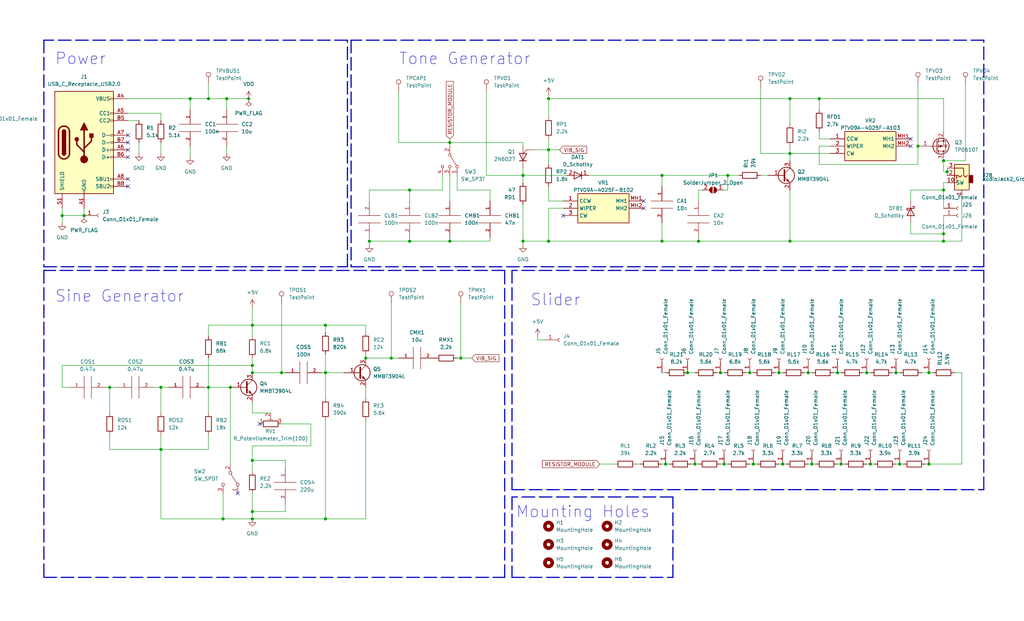
<source format=kicad_sch>
(kicad_sch (version 20211123) (generator eeschema)
  (paper "USLegal")
  (title_block (rev "1"))
  (junction (at 271.78 161.29))
  (junction (at 229.87 83.82))
  (junction (at -91.44 91.44))
  (junction (at 78.74 34.29))
  (junction (at 322.58 161.29))
  (junction (at -41.91 55.88))
  (junction (at 327.66 83.82))
  (junction (at -133.35 81.28))
  (junction (at 97.79 129.54))
  (junction (at -50.8 55.88))
  (junction (at 274.32 53.34))
  (junction (at 181.61 83.82))
  (junction (at 270.51 129.54))
  (junction (at 229.87 60.96))
  (junction (at 156.21 49.53))
  (junction (at 292.1 161.29))
  (junction (at 231.14 161.29))
  (junction (at -13.97 53.34))
  (junction (at 127 124.46))
  (junction (at 311.15 129.54))
  (junction (at -102.87 69.85))
  (junction (at 142.24 66.04))
  (junction (at 77.47 180.34))
  (junction (at 113.03 113.03))
  (junction (at 251.46 161.29))
  (junction (at -137.16 67.31))
  (junction (at -101.6 72.39))
  (junction (at 327.66 66.04))
  (junction (at 142.24 83.82))
  (junction (at -54.61 81.28))
  (junction (at 113.03 129.54))
  (junction (at 318.77 50.8))
  (junction (at 322.58 129.54))
  (junction (at 290.83 129.54))
  (junction (at 252.73 60.96))
  (junction (at 29.21 74.93))
  (junction (at 250.19 129.54))
  (junction (at 190.5 52.07))
  (junction (at -101.6 64.77))
  (junction (at 274.32 83.82))
  (junction (at 66.04 34.29))
  (junction (at 242.57 83.82))
  (junction (at 87.63 113.03))
  (junction (at 260.35 129.54))
  (junction (at 72.39 34.29))
  (junction (at -90.17 81.28))
  (junction (at 190.5 83.82))
  (junction (at 261.62 161.29))
  (junction (at -50.8 64.77))
  (junction (at 87.63 180.34))
  (junction (at 281.94 161.29))
  (junction (at 241.3 161.29))
  (junction (at 274.32 34.29))
  (junction (at -78.74 78.74))
  (junction (at 87.63 160.02))
  (junction (at 128.27 83.82))
  (junction (at 160.02 124.46))
  (junction (at -50.8 81.28))
  (junction (at 21.59 74.93))
  (junction (at 80.01 134.62))
  (junction (at -46.99 55.88))
  (junction (at 87.63 177.8))
  (junction (at 72.39 134.62))
  (junction (at 87.63 129.54))
  (junction (at 55.88 134.62))
  (junction (at 238.76 129.54))
  (junction (at 280.67 129.54))
  (junction (at 328.93 59.69))
  (junction (at -78.74 64.77))
  (junction (at -78.74 104.14))
  (junction (at 135.89 124.46))
  (junction (at -102.87 81.28))
  (junction (at 113.03 180.34))
  (junction (at 302.26 161.29))
  (junction (at 190.5 34.29))
  (junction (at 300.99 129.54))
  (junction (at 312.42 161.29))
  (junction (at -102.87 57.15))
  (junction (at 327.66 55.88))
  (junction (at 327.66 81.28))
  (junction (at -90.17 64.77))
  (junction (at 87.63 127))
  (junction (at 156.21 83.82))
  (junction (at 55.88 156.21))
  (junction (at 38.1 134.62))
  (junction (at 86.36 34.29))
  (junction (at 284.48 34.29))
  (junction (at -146.05 67.31))
  (junction (at 181.61 60.96))
  (no_connect (at 316.23 48.26))
  (no_connect (at 316.23 50.8))
  (no_connect (at 195.58 74.93))
  (no_connect (at 223.52 72.39))
  (no_connect (at 223.52 69.85))
  (no_connect (at 44.45 64.77))
  (no_connect (at 44.45 54.61))
  (no_connect (at 44.45 49.53))
  (no_connect (at 44.45 62.23))
  (no_connect (at 90.17 147.32))
  (no_connect (at 82.55 171.45))
  (no_connect (at 44.45 46.99))
  (no_connect (at -36.83 50.8))
  (no_connect (at 44.45 52.07))
  (wire (pts (xy -50.8 63.5) (xy -50.8 64.77)))
  (wire (pts (xy 311.15 161.29) (xy 312.42 161.29)))
  (wire (pts (xy 327.66 81.28) (xy 327.66 74.93)))
  (wire (pts (xy -102.87 57.15) (xy -107.95 57.15)))
  (wire (pts (xy 156.21 49.53) (xy 181.61 49.53)))
  (wire (pts (xy 318.77 57.15) (xy 318.77 50.8)))
  (wire (pts (xy -54.61 60.96) (xy -55.88 60.96)))
  (wire (pts (xy -90.17 60.96) (xy -90.17 64.77)))
  (wire (pts (xy 160.02 105.41) (xy 160.02 124.46)))
  (polyline (pts (xy 15.24 92.71) (xy 120.65 92.71)) (stroke (width 0.4)))
  (wire (pts (xy 229.87 83.82) (xy 242.57 83.82)))
  (wire (pts (xy -88.9 60.96) (xy -90.17 60.96)))
  (wire (pts (xy 279.4 129.54) (xy 280.67 129.54)))
  (wire (pts (xy 55.88 134.62) (xy 55.88 143.51)))
  (wire (pts (xy 127 124.46) (xy 135.89 124.46)))
  (wire (pts (xy 113.03 180.34) (xy 127 180.34)))
  (wire (pts (xy 190.5 33.02) (xy 190.5 34.29)))
  (wire (pts (xy 107.95 154.94) (xy 107.95 147.32)))
  (wire (pts (xy 138.43 31.75) (xy 138.43 49.53)))
  (wire (pts (xy -104.14 72.39) (xy -101.6 72.39)))
  (wire (pts (xy 158.75 124.46) (xy 160.02 124.46)))
  (polyline (pts (xy 341.63 13.97) (xy 121.92 13.97)) (stroke (width 0.4)))
  (polyline (pts (xy 177.8 170.18) (xy 341.63 170.18)) (stroke (width 0.4)))
  (wire (pts (xy 190.5 34.29) (xy 190.5 40.64)))
  (wire (pts (xy -55.88 64.77) (xy -50.8 64.77)))
  (wire (pts (xy 208.28 161.29) (xy 213.36 161.29)))
  (wire (pts (xy 284.48 34.29) (xy 327.66 34.29)))
  (wire (pts (xy 80.01 134.62) (xy 80.01 161.29)))
  (wire (pts (xy 229.87 60.96) (xy 252.73 60.96)))
  (wire (pts (xy 334.01 129.54) (xy 334.01 161.29)))
  (wire (pts (xy -91.44 91.44) (xy -146.05 91.44)))
  (wire (pts (xy -101.6 72.39) (xy -100.33 72.39)))
  (polyline (pts (xy 341.63 92.71) (xy 341.63 13.97)) (stroke (width 0.4)))
  (wire (pts (xy -7.62 53.34) (xy -13.97 53.34)))
  (wire (pts (xy 156.21 48.26) (xy 156.21 49.53)))
  (wire (pts (xy 316.23 66.04) (xy 327.66 66.04)))
  (wire (pts (xy 99.06 160.02) (xy 87.63 160.02)))
  (wire (pts (xy -78.74 104.14) (xy -78.74 96.52)))
  (wire (pts (xy 318.77 29.21) (xy 318.77 50.8)))
  (wire (pts (xy 158.75 60.96) (xy 158.75 66.04)))
  (wire (pts (xy 72.39 116.84) (xy 72.39 113.03)))
  (wire (pts (xy 274.32 83.82) (xy 327.66 83.82)))
  (wire (pts (xy 44.45 39.37) (xy 55.88 39.37)))
  (wire (pts (xy -146.05 67.31) (xy -137.16 67.31)))
  (wire (pts (xy 238.76 129.54) (xy 241.3 129.54)))
  (wire (pts (xy 87.63 124.46) (xy 87.63 127)))
  (wire (pts (xy 21.59 74.93) (xy 21.59 77.47)))
  (wire (pts (xy 72.39 34.29) (xy 78.74 34.29)))
  (wire (pts (xy 113.03 113.03) (xy 127 113.03)))
  (wire (pts (xy -54.61 81.28) (xy -90.17 81.28)))
  (wire (pts (xy 327.66 34.29) (xy 327.66 45.72)))
  (wire (pts (xy 328.93 59.69) (xy 328.93 60.96)))
  (wire (pts (xy 21.59 72.39) (xy 21.59 74.93)))
  (wire (pts (xy 38.1 134.62) (xy 38.1 143.51)))
  (wire (pts (xy 259.08 129.54) (xy 260.35 129.54)))
  (wire (pts (xy 269.24 129.54) (xy 270.51 129.54)))
  (wire (pts (xy 87.63 113.03) (xy 87.63 116.84)))
  (wire (pts (xy 284.48 48.26) (xy 284.48 45.72)))
  (wire (pts (xy 316.23 69.85) (xy 316.23 66.04)))
  (polyline (pts (xy 177.8 200.66) (xy 233.68 200.66)) (stroke (width 0.4)))
  (wire (pts (xy 335.28 29.21) (xy 335.28 55.88)))
  (wire (pts (xy 87.63 139.7) (xy 87.63 143.51)))
  (wire (pts (xy -76.2 68.58) (xy -74.93 68.58)))
  (wire (pts (xy -50.8 74.93) (xy -50.8 81.28)))
  (wire (pts (xy 311.15 129.54) (xy 312.42 129.54)))
  (wire (pts (xy 190.5 83.82) (xy 229.87 83.82)))
  (wire (pts (xy -101.6 64.77) (xy -101.6 72.39)))
  (wire (pts (xy -41.91 81.28) (xy -50.8 81.28)))
  (wire (pts (xy 55.88 156.21) (xy 55.88 180.34)))
  (wire (pts (xy 243.84 66.04) (xy 242.57 66.04)))
  (wire (pts (xy 181.61 60.96) (xy 181.61 63.5)))
  (wire (pts (xy 300.99 129.54) (xy 302.26 129.54)))
  (wire (pts (xy 280.67 161.29) (xy 281.94 161.29)))
  (wire (pts (xy 320.04 129.54) (xy 322.58 129.54)))
  (wire (pts (xy 72.39 134.62) (xy 72.39 143.51)))
  (wire (pts (xy 322.58 129.54) (xy 323.85 129.54)))
  (wire (pts (xy 290.83 129.54) (xy 292.1 129.54)))
  (wire (pts (xy 113.03 146.05) (xy 113.03 180.34)))
  (wire (pts (xy -123.19 46.99) (xy -115.57 46.99)))
  (wire (pts (xy 87.63 127) (xy 87.63 129.54)))
  (wire (pts (xy 44.45 41.91) (xy 48.26 41.91)))
  (wire (pts (xy 113.03 123.19) (xy 113.03 129.54)))
  (wire (pts (xy -90.17 64.77) (xy -90.17 66.04)))
  (wire (pts (xy -140.97 46.99) (xy -130.81 46.99)))
  (wire (pts (xy -101.6 64.77) (xy -90.17 64.77)))
  (wire (pts (xy 38.1 151.13) (xy 38.1 156.21)))
  (wire (pts (xy -102.87 46.99) (xy -102.87 57.15)))
  (wire (pts (xy 260.35 161.29) (xy 261.62 161.29)))
  (wire (pts (xy 66.04 50.8) (xy 66.04 54.61)))
  (wire (pts (xy -86.36 91.44) (xy -91.44 91.44)))
  (wire (pts (xy 97.79 105.41) (xy 97.79 129.54)))
  (wire (pts (xy 331.47 129.54) (xy 334.01 129.54)))
  (wire (pts (xy 99.06 162.56) (xy 99.06 160.02)))
  (wire (pts (xy 99.06 177.8) (xy 87.63 177.8)))
  (wire (pts (xy 87.63 180.34) (xy 113.03 180.34)))
  (wire (pts (xy 181.61 58.42) (xy 181.61 60.96)))
  (wire (pts (xy 170.18 66.04) (xy 170.18 69.85)))
  (wire (pts (xy 111.76 129.54) (xy 113.03 129.54)))
  (wire (pts (xy 127 123.19) (xy 127 124.46)))
  (wire (pts (xy 335.28 55.88) (xy 327.66 55.88)))
  (wire (pts (xy -90.17 78.74) (xy -90.17 81.28)))
  (wire (pts (xy 78.74 34.29) (xy 86.36 34.29)))
  (wire (pts (xy -146.05 91.44) (xy -146.05 67.31)))
  (wire (pts (xy 78.74 34.29) (xy 78.74 38.1)))
  (polyline (pts (xy 120.65 92.71) (xy 120.65 13.97)) (stroke (width 0.4)))
  (wire (pts (xy 284.48 38.1) (xy 284.48 34.29)))
  (wire (pts (xy 274.32 43.18) (xy 274.32 34.29)))
  (wire (pts (xy 87.63 127) (xy 21.59 127)))
  (wire (pts (xy 288.29 48.26) (xy 284.48 48.26)))
  (wire (pts (xy 327.66 59.69) (xy 328.93 59.69)))
  (wire (pts (xy 181.61 83.82) (xy 190.5 83.82)))
  (wire (pts (xy -78.74 64.77) (xy -74.93 64.77)))
  (wire (pts (xy 327.66 63.5) (xy 327.66 66.04)))
  (wire (pts (xy 113.03 115.57) (xy 113.03 113.03)))
  (wire (pts (xy 248.92 129.54) (xy 250.19 129.54)))
  (wire (pts (xy 260.35 129.54) (xy 261.62 129.54)))
  (wire (pts (xy 77.47 171.45) (xy 77.47 180.34)))
  (wire (pts (xy 181.61 60.96) (xy 196.85 60.96)))
  (wire (pts (xy 302.26 161.29) (xy 303.53 161.29)))
  (wire (pts (xy 220.98 161.29) (xy 222.25 161.29)))
  (wire (pts (xy 72.39 134.62) (xy 80.01 134.62)))
  (wire (pts (xy -78.74 105.41) (xy -78.74 104.14)))
  (wire (pts (xy 48.26 49.53) (xy 48.26 53.34)))
  (wire (pts (xy 190.5 72.39) (xy 190.5 83.82)))
  (wire (pts (xy 318.77 50.8) (xy 320.04 50.8)))
  (wire (pts (xy -50.8 64.77) (xy -50.8 67.31)))
  (wire (pts (xy 185.42 52.07) (xy 190.5 52.07)))
  (wire (pts (xy 328.93 63.5) (xy 327.66 63.5)))
  (wire (pts (xy 270.51 161.29) (xy 271.78 161.29)))
  (wire (pts (xy -54.61 55.88) (xy -54.61 60.96)))
  (wire (pts (xy 190.5 52.07) (xy 190.5 57.15)))
  (wire (pts (xy 190.5 64.77) (xy 190.5 69.85)))
  (wire (pts (xy 72.39 29.21) (xy 72.39 34.29)))
  (polyline (pts (xy 341.63 93.98) (xy 177.8 93.98)) (stroke (width 0.4)))
  (wire (pts (xy -41.91 55.88) (xy -46.99 55.88)))
  (wire (pts (xy 113.03 129.54) (xy 119.38 129.54)))
  (wire (pts (xy 264.16 30.48) (xy 264.16 53.34)))
  (wire (pts (xy 170.18 83.82) (xy 156.21 83.82)))
  (wire (pts (xy -54.61 68.58) (xy -54.61 81.28)))
  (wire (pts (xy 186.69 118.11) (xy 189.23 118.11)))
  (wire (pts (xy -41.91 55.88) (xy -36.83 55.88)))
  (wire (pts (xy 99.06 175.26) (xy 99.06 177.8)))
  (wire (pts (xy 274.32 34.29) (xy 190.5 34.29)))
  (wire (pts (xy 87.63 129.54) (xy 97.79 129.54)))
  (wire (pts (xy -78.74 64.77) (xy -78.74 69.85)))
  (wire (pts (xy -76.2 60.96) (xy -74.93 60.96)))
  (wire (pts (xy 36.83 134.62) (xy 38.1 134.62)))
  (wire (pts (xy -78.74 77.47) (xy -78.74 78.74)))
  (polyline (pts (xy 15.24 200.66) (xy 175.26 200.66)) (stroke (width 0.4)))
  (wire (pts (xy 271.78 161.29) (xy 273.05 161.29)))
  (polyline (pts (xy 121.92 92.71) (xy 341.63 92.71)) (stroke (width 0.4)))
  (wire (pts (xy 327.66 83.82) (xy 327.66 81.28)))
  (wire (pts (xy 87.63 106.68) (xy 87.63 113.03)))
  (wire (pts (xy 127 113.03) (xy 127 115.57)))
  (wire (pts (xy 142.24 82.55) (xy 142.24 83.82)))
  (wire (pts (xy 284.48 57.15) (xy 318.77 57.15)))
  (wire (pts (xy 241.3 161.29) (xy 242.57 161.29)))
  (wire (pts (xy -54.61 55.88) (xy -50.8 55.88)))
  (wire (pts (xy 107.95 147.32) (xy 97.79 147.32)))
  (wire (pts (xy 55.88 151.13) (xy 55.88 156.21)))
  (wire (pts (xy 190.5 69.85) (xy 195.58 69.85)))
  (wire (pts (xy -140.97 81.28) (xy -133.35 81.28)))
  (wire (pts (xy -133.35 81.28) (xy -102.87 81.28)))
  (wire (pts (xy -101.6 44.45) (xy -101.6 64.77)))
  (wire (pts (xy -140.97 46.99) (xy -140.97 81.28)))
  (wire (pts (xy 242.57 82.55) (xy 242.57 83.82)))
  (wire (pts (xy -91.44 100.33) (xy -91.44 104.14)))
  (wire (pts (xy 66.04 34.29) (xy 72.39 34.29)))
  (wire (pts (xy 327.66 55.88) (xy 327.66 59.69)))
  (wire (pts (xy 55.88 156.21) (xy 72.39 156.21)))
  (wire (pts (xy -133.35 82.55) (xy -133.35 81.28)))
  (wire (pts (xy -107.95 46.99) (xy -102.87 46.99)))
  (wire (pts (xy 21.59 134.62) (xy 24.13 134.62)))
  (wire (pts (xy 72.39 151.13) (xy 72.39 156.21)))
  (wire (pts (xy 288.29 50.8) (xy 284.48 50.8)))
  (wire (pts (xy 309.88 129.54) (xy 311.15 129.54)))
  (wire (pts (xy -91.44 91.44) (xy -91.44 92.71)))
  (wire (pts (xy -104.14 67.31) (xy -102.87 67.31)))
  (polyline (pts (xy 233.68 200.66) (xy 233.68 172.72)) (stroke (width 0.4)))
  (wire (pts (xy 138.43 124.46) (xy 135.89 124.46)))
  (wire (pts (xy 240.03 161.29) (xy 241.3 161.29)))
  (wire (pts (xy 250.19 161.29) (xy 251.46 161.29)))
  (wire (pts (xy 158.75 66.04) (xy 170.18 66.04)))
  (wire (pts (xy 55.88 134.62) (xy 58.42 134.62)))
  (wire (pts (xy 186.69 116.84) (xy 186.69 118.11)))
  (wire (pts (xy -78.74 78.74) (xy -76.2 78.74)))
  (wire (pts (xy 53.34 134.62) (xy 55.88 134.62)))
  (polyline (pts (xy 177.8 93.98) (xy 177.8 170.18)) (stroke (width 0.4)))
  (polyline (pts (xy 177.8 172.72) (xy 177.8 200.66)) (stroke (width 0.4)))
  (wire (pts (xy 274.32 53.34) (xy 288.29 53.34)))
  (wire (pts (xy 284.48 50.8) (xy 284.48 57.15)))
  (wire (pts (xy -90.17 64.77) (xy -78.74 64.77)))
  (wire (pts (xy -91.44 104.14) (xy -78.74 104.14)))
  (wire (pts (xy 316.23 81.28) (xy 327.66 81.28)))
  (wire (pts (xy -76.2 68.58) (xy -76.2 78.74)))
  (wire (pts (xy -137.16 57.15) (xy -137.16 67.31)))
  (wire (pts (xy 181.61 83.82) (xy 181.61 85.09)))
  (wire (pts (xy -55.88 68.58) (xy -54.61 68.58)))
  (wire (pts (xy 274.32 50.8) (xy 274.32 53.34)))
  (wire (pts (xy 261.62 161.29) (xy 262.89 161.29)))
  (polyline (pts (xy 233.68 172.72) (xy 177.8 172.72)) (stroke (width 0.4)))
  (wire (pts (xy -102.87 69.85) (xy -100.33 69.85)))
  (wire (pts (xy -41.91 58.42) (xy -41.91 55.88)))
  (wire (pts (xy 72.39 113.03) (xy 87.63 113.03)))
  (wire (pts (xy 156.21 49.53) (xy 156.21 50.8)))
  (polyline (pts (xy 121.92 13.97) (xy 121.92 92.71)) (stroke (width 0.4)))
  (wire (pts (xy 156.21 82.55) (xy 156.21 83.82)))
  (wire (pts (xy 170.18 82.55) (xy 170.18 83.82)))
  (wire (pts (xy 38.1 134.62) (xy 40.64 134.62)))
  (wire (pts (xy 128.27 82.55) (xy 128.27 83.82)))
  (wire (pts (xy 281.94 161.29) (xy 283.21 161.29)))
  (wire (pts (xy -46.99 44.45) (xy -46.99 55.88)))
  (wire (pts (xy 168.91 60.96) (xy 181.61 60.96)))
  (wire (pts (xy 322.58 161.29) (xy 334.01 161.29)))
  (wire (pts (xy 97.79 129.54) (xy 99.06 129.54)))
  (wire (pts (xy 113.03 113.03) (xy 87.63 113.03)))
  (wire (pts (xy 55.88 180.34) (xy 77.47 180.34)))
  (wire (pts (xy 87.63 143.51) (xy 93.98 143.51)))
  (wire (pts (xy -41.91 71.12) (xy -41.91 81.28)))
  (wire (pts (xy 250.19 129.54) (xy 251.46 129.54)))
  (wire (pts (xy 128.27 66.04) (xy 142.24 66.04)))
  (wire (pts (xy 29.21 72.39) (xy 29.21 74.93)))
  (polyline (pts (xy 15.24 13.97) (xy 15.24 92.71)) (stroke (width 0.4)))
  (polyline (pts (xy 175.26 200.66) (xy 175.26 93.98)) (stroke (width 0.4)))
  (wire (pts (xy 312.42 161.29) (xy 313.69 161.29)))
  (wire (pts (xy 299.72 129.54) (xy 300.99 129.54)))
  (wire (pts (xy 229.87 129.54) (xy 231.14 129.54)))
  (wire (pts (xy 113.03 129.54) (xy 113.03 138.43)))
  (wire (pts (xy 321.31 161.29) (xy 322.58 161.29)))
  (wire (pts (xy 135.89 105.41) (xy 135.89 124.46)))
  (wire (pts (xy 87.63 160.02) (xy 87.63 154.94)))
  (wire (pts (xy 190.5 48.26) (xy 190.5 52.07)))
  (wire (pts (xy 270.51 129.54) (xy 271.78 129.54)))
  (wire (pts (xy 251.46 161.29) (xy 252.73 161.29)))
  (wire (pts (xy -102.87 69.85) (xy -102.87 81.28)))
  (wire (pts (xy 127 134.62) (xy 127 138.43)))
  (wire (pts (xy 142.24 66.04) (xy 142.24 69.85)))
  (wire (pts (xy 128.27 69.85) (xy 128.27 66.04)))
  (wire (pts (xy 128.27 83.82) (xy 142.24 83.82)))
  (wire (pts (xy 251.46 66.04) (xy 252.73 66.04)))
  (wire (pts (xy 87.63 171.45) (xy 87.63 177.8)))
  (wire (pts (xy 38.1 156.21) (xy 55.88 156.21)))
  (wire (pts (xy 334.01 68.58) (xy 334.01 83.82)))
  (wire (pts (xy 153.67 66.04) (xy 142.24 66.04)))
  (wire (pts (xy 78.74 50.8) (xy 78.74 53.34)))
  (wire (pts (xy 289.56 129.54) (xy 290.83 129.54)))
  (wire (pts (xy 21.59 127) (xy 21.59 134.62)))
  (wire (pts (xy -132.08 57.15) (xy -137.16 57.15)))
  (wire (pts (xy -54.61 81.28) (xy -50.8 81.28)))
  (wire (pts (xy 229.87 83.82) (xy 229.87 77.47)))
  (wire (pts (xy 21.59 74.93) (xy 29.21 74.93)))
  (wire (pts (xy 195.58 72.39) (xy 190.5 72.39)))
  (wire (pts (xy -7.62 44.45) (xy -7.62 53.34)))
  (wire (pts (xy -78.74 78.74) (xy -78.74 86.36)))
  (wire (pts (xy 229.87 60.96) (xy 229.87 64.77)))
  (wire (pts (xy 71.12 134.62) (xy 72.39 134.62)))
  (wire (pts (xy -16.51 53.34) (xy -13.97 53.34)))
  (wire (pts (xy 190.5 52.07) (xy 194.31 52.07)))
  (wire (pts (xy -132.08 69.85) (xy -133.35 69.85)))
  (wire (pts (xy 328.93 58.42) (xy 328.93 59.69)))
  (wire (pts (xy 127 146.05) (xy 127 180.34)))
  (wire (pts (xy -133.35 80.01) (xy -133.35 81.28)))
  (wire (pts (xy 229.87 161.29) (xy 231.14 161.29)))
  (wire (pts (xy 153.67 60.96) (xy 153.67 66.04)))
  (wire (pts (xy 128.27 83.82) (xy 128.27 85.09)))
  (wire (pts (xy 204.47 60.96) (xy 229.87 60.96)))
  (wire (pts (xy 242.57 83.82) (xy 274.32 83.82)))
  (polyline (pts (xy 15.24 93.98) (xy 15.24 200.66)) (stroke (width 0.4)))
  (wire (pts (xy 156.21 60.96) (xy 156.21 69.85)))
  (wire (pts (xy 242.57 66.04) (xy 242.57 69.85)))
  (wire (pts (xy 168.91 31.75) (xy 168.91 60.96)))
  (wire (pts (xy 138.43 49.53) (xy 156.21 49.53)))
  (wire (pts (xy 252.73 60.96) (xy 256.54 60.96)))
  (wire (pts (xy 87.63 177.8) (xy 87.63 180.34)))
  (wire (pts (xy -146.05 64.77) (xy -146.05 67.31)))
  (wire (pts (xy -137.16 67.31) (xy -132.08 67.31)))
  (wire (pts (xy -102.87 81.28) (xy -90.17 81.28)))
  (wire (pts (xy 274.32 53.34) (xy 274.32 55.88)))
  (polyline (pts (xy 175.26 93.98) (xy 15.24 93.98)) (stroke (width 0.4)))
  (wire (pts (xy 156.21 83.82) (xy 142.24 83.82)))
  (wire (pts (xy 292.1 161.29) (xy 293.37 161.29)))
  (wire (pts (xy 87.63 154.94) (xy 107.95 154.94)))
  (wire (pts (xy 300.99 161.29) (xy 302.26 161.29)))
  (wire (pts (xy 181.61 71.12) (xy 181.61 83.82)))
  (wire (pts (xy 316.23 77.47) (xy 316.23 81.28)))
  (wire (pts (xy 72.39 134.62) (xy 72.39 124.46)))
  (polyline (pts (xy 120.65 13.97) (xy 15.24 13.97)) (stroke (width 0.4)))
  (wire (pts (xy 274.32 66.04) (xy 274.32 83.82)))
  (wire (pts (xy 55.88 39.37) (xy 55.88 41.91)))
  (wire (pts (xy 327.66 66.04) (xy 327.66 72.39)))
  (wire (pts (xy -102.87 67.31) (xy -102.87 57.15)))
  (wire (pts (xy -115.57 57.15) (xy -124.46 57.15)))
  (wire (pts (xy 181.61 49.53) (xy 181.61 50.8)))
  (wire (pts (xy 290.83 161.29) (xy 292.1 161.29)))
  (wire (pts (xy -26.67 53.34) (xy -24.13 53.34)))
  (wire (pts (xy -50.8 55.88) (xy -46.99 55.88)))
  (wire (pts (xy 334.01 83.82) (xy 327.66 83.82)))
  (wire (pts (xy 55.88 53.34) (xy 55.88 49.53)))
  (wire (pts (xy -133.35 69.85) (xy -133.35 72.39)))
  (wire (pts (xy 66.04 34.29) (xy 66.04 38.1)))
  (wire (pts (xy 77.47 180.34) (xy 87.63 180.34)))
  (wire (pts (xy 87.63 160.02) (xy 87.63 163.83)))
  (wire (pts (xy 264.16 53.34) (xy 274.32 53.34)))
  (wire (pts (xy 231.14 161.29) (xy 232.41 161.29)))
  (wire (pts (xy 284.48 34.29) (xy 274.32 34.29)))
  (wire (pts (xy 44.45 34.29) (xy 66.04 34.29)))
  (wire (pts (xy 252.73 60.96) (xy 252.73 66.04)))
  (wire (pts (xy 264.16 60.96) (xy 266.7 60.96)))
  (polyline (pts (xy 341.63 170.18) (xy 341.63 93.98)) (stroke (width 0.4)))
  (wire (pts (xy 280.67 129.54) (xy 281.94 129.54)))
  (wire (pts (xy -104.14 69.85) (xy -102.87 69.85)))
  (wire (pts (xy 160.02 124.46) (xy 163.83 124.46)))
  (text "Tone Generator" (at 138.43 22.86 0) (effects (font (size 4 4)) (justify left bottom)))
  (text "Mounting Holes" (at 179.07 180.34 0) (effects (font (size 4 4)) (justify left bottom)))
  (text "Power\n" (at 19.05 22.86 0) (effects (font (size 4 4)) (justify left bottom)))
  (text "Sine Generator" (at 19.05 105.41 0) (effects (font (size 4 4)) (justify left bottom)))
  (text "Slider" (at 184.15 106.68 0) (effects (font (size 4 4)) (justify left bottom)))
  (global_label "VIB_SIG" (shape input) (at 194.31 52.07 0) (property "Intersheet References" "${INTERSHEET_REFS}" (effects hide)))
  (global_label "RESISTOR_MODULE" (shape input) (at 208.28 161.29 180) (property "Intersheet References" "${INTERSHEET_REFS}" (effects hide)))
  (global_label "VIB_SIG" (shape input) (at 163.83 124.46 0) (property "Intersheet References" "${INTERSHEET_REFS}" (effects hide)))
  (global_label "RESISTOR_MODULE" (shape input) (at 156.21 48.26 90) (property "Intersheet References" "${INTERSHEET_REFS}" (effects hide)))
  (symbol (lib_id "pspice:C") (at 242.57 76.2 0) (unit 1)
    (property "Reference" "CA2" (at 247.65 74.9299 0) (effects (justify left)))
    (property "Value" "10n" (at 247.65 77.4699 0) (effects (justify left)))
    (property "Footprint" "Capacitor_SMD:C_0603_1608Metric_Pad1.08x0.95mm_HandSolder" (effects hide))
  )
  (symbol (lib_id "PTV09A-4025F-B102:PTV09A-4025F-B102") (at 195.58 69.85 0) (unit 1)
    (property "Reference" "VR1" (at 209.55 63.5 0))
    (property "Value" "PTV09A-4025F-B102" (at 209.55 66.04 0))
    (property "Footprint" "PTV09A-4025F-B102:PTV09A4025FB102" (effects hide))
    (property "Datasheet" "https://www.mouser.com/datasheet/2/54/ptv09-777818.pdf" (effects hide))
    (property "Footprint_1" "PTV09A4025FB102" (effects hide))
    (property "Datasheet_1" "https://datasheet.datasheetarchive.com/originals/dk/DKDS-12/224967.pdf" (effects hide))
    (property "Height" "25.5" (effects hide))
    (property "Mouser Part Number" "652-PTV09A-4025FB102" (effects hide))
    (property "Mouser Price/Stock" "https://www.mouser.co.uk/ProductDetail/Bourns/PTV09A-4025F-B102?qs=Qzws7J6gxqxMpvIOw8B%2F7Q%3D%3D" (effects hide))
    (property "Manufacturer_Name" "Bourns" (effects hide))
    (property "Manufacturer_Part_Number" "PTV09A-4025F-B102" (effects hide))
  )
  (symbol (lib_id "Connector:Conn_01x01_Female") (at 312.42 156.21 90) (unit 1)
    (property "Reference" "J23" (at 311.1499 154.94 0) (effects (justify left)))
    (property "Value" "Conn_01x01_Female" (at 313.6899 154.94 0) (effects (justify left)))
    (property "Footprint" "Stylophone_Lib:Note-Sharp" (effects hide))
  )
  (symbol (lib_id "Device:R") (at 87.63 167.64 0) (unit 1)
    (property "Reference" "RE2" (at 90.17 166.3699 0) (effects (justify left)))
    (property "Value" "2.2k" (at 90.17 168.9099 0) (effects (justify left)))
    (property "Footprint" "Resistor_SMD:R_0805_2012Metric_Pad1.20x1.40mm_HandSolder" (effects hide))
  )
  (symbol (lib_id "Device:R") (at 190.5 60.96 0) (unit 1)
    (property "Reference" "RP2" (at 193.04 59.6899 0) (effects (justify left)))
    (property "Value" "1.8k" (at 193.04 62.2299 0) (effects (justify left)))
    (property "Footprint" "Resistor_SMD:R_0805_2012Metric_Pad1.20x1.40mm_HandSolder" (effects hide))
  )
  (symbol (lib_id "Device:R") (at 317.5 161.29 90) (unit 1)
    (property "Reference" "RL11" (at 317.5 154.94 90))
    (property "Value" "3.9k" (at 317.5 157.48 90))
    (property "Footprint" "Resistor_SMD:R_0805_2012Metric_Pad1.20x1.40mm_HandSolder" (effects hide))
  )
  (symbol (lib_id "Device:R") (at -111.76 57.15 90) (unit 1)
    (property "Reference" "RBS2" (at -113.03 54.61 0) (effects (justify left)))
    (property "Value" "220" (at -110.49 54.61 0) (effects (justify left)))
    (property "Footprint" "Resistor_SMD:R_0805_2012Metric_Pad1.20x1.40mm_HandSolder" (effects hide))
  )
  (symbol (lib_id "LIB_DIO6305B_sym:DIO6305B") (at -64.77 63.5 0) (unit 1)
    (property "Reference" "U2" (at -65.405 54.61 0))
    (property "Value" "DIO6305B" (at -65.405 57.15 0))
    (property "Footprint" "Package_TO_SOT_SMD:TSOT-23-6_HandSoldering" (effects hide))
  )
  (symbol (lib_id "Device:R") (at 297.18 161.29 90) (unit 1)
    (property "Reference" "RL9" (at 297.18 154.94 90))
    (property "Value" "3.3k" (at 297.18 157.48 90))
    (property "Footprint" "Resistor_SMD:R_0805_2012Metric_Pad1.20x1.40mm_HandSolder" (effects hide))
  )
  (symbol (lib_id "pspice:C") (at 105.41 129.54 90) (unit 1)
    (property "Reference" "COS5" (at 105.41 120.65 90))
    (property "Value" "100n" (at 105.41 123.19 90))
    (property "Footprint" "Capacitor_SMD:C_0603_1608Metric_Pad1.08x0.95mm_HandSolder" (effects hide))
  )
  (symbol (lib_id "Mechanical:MountingHole") (at 210.82 182.88 0) (unit 1)
    (property "Reference" "H2" (at 213.36 181.6099 0) (effects (justify left)))
    (property "Value" "MountingHole" (at 213.36 184.1499 0) (effects (justify left)))
    (property "Footprint" "MountingHole:MountingHole_2.7mm_M2.5" (effects hide))
  )
  (symbol (lib_id "Connector:Conn_01x01_Female") (at 290.83 124.46 90) (unit 1)
    (property "Reference" "J11" (at 289.5599 123.19 0) (effects (justify left)))
    (property "Value" "Conn_01x01_Female" (at 292.0999 123.19 0) (effects (justify left)))
    (property "Footprint" "Stylophone_Lib:Note-Sharp" (effects hide))
  )
  (symbol (lib_id "Device:R") (at 234.95 129.54 90) (unit 1)
    (property "Reference" "RL21" (at 234.95 123.19 90))
    (property "Value" "8.2k" (at 234.95 125.73 90))
    (property "Footprint" "Resistor_SMD:R_0805_2012Metric_Pad1.20x1.40mm_HandSolder" (effects hide))
  )
  (symbol (lib_id "Connector:AudioJack2_Ground_SwitchT") (at 334.01 60.96 0) (mirror y) (unit 1)
    (property "Reference" "J28" (at 342.9 60.96 0))
    (property "Value" "AudioJack2_Ground_SwitchT" (at 354.33 62.23 0))
    (property "Footprint" "SJ2-3593B-SMT-TR:SJ23593BSMTTR" (effects hide))
  )
  (symbol (lib_id "Device:R") (at 307.34 161.29 90) (unit 1)
    (property "Reference" "RL10" (at 307.34 154.94 90))
    (property "Value" "3.9k" (at 307.34 157.48 90))
    (property "Footprint" "Resistor_SMD:R_0805_2012Metric_Pad1.20x1.40mm_HandSolder" (effects hide))
  )
  (symbol (lib_id "Transistor_PUT:2N6027") (at 181.61 54.61 0) (unit 1)
    (property "Reference" "Q1" (at 179.07 52.7684 0) (effects (justify right)))
    (property "Value" "2N6027" (at 179.07 55.3084 0) (effects (justify right)))
    (property "Footprint" "Package_TO_SOT_THT:TO-92_Inline_Horizontal2" (effects hide))
    (property "Datasheet" "https://www.mouser.com/datasheet/2/68/get_document-1518606.pdf" (effects hide))
  )
  (symbol (lib_id "Connector:Conn_01x01_Female") (at 271.78 156.21 90) (unit 1)
    (property "Reference" "J19" (at 270.5099 154.94 0) (effects (justify left)))
    (property "Value" "Conn_01x01_Female" (at 273.0499 154.94 0) (effects (justify left)))
    (property "Footprint" "Stylophone_Lib:Note-Left" (effects hide))
  )
  (symbol (lib_id "Connector:Conn_01x01_Female") (at 311.15 124.46 90) (unit 1)
    (property "Reference" "J13" (at 309.8799 123.19 0) (effects (justify left)))
    (property "Value" "Conn_01x01_Female" (at 312.4199 123.19 0) (effects (justify left)))
    (property "Footprint" "Stylophone_Lib:Note-Left" (effects hide))
  )
  (symbol (lib_id "Device:R") (at 154.94 124.46 90) (unit 1)
    (property "Reference" "RMX1" (at 154.94 118.11 90))
    (property "Value" "2.2k" (at 154.94 120.65 90))
    (property "Footprint" "Resistor_SMD:R_0805_2012Metric_Pad1.20x1.40mm_HandSolder" (effects hide))
  )
  (symbol (lib_id "Device:R") (at 287.02 161.29 90) (unit 1)
    (property "Reference" "RL8" (at 287.02 154.94 90))
    (property "Value" "3.3k" (at 287.02 157.48 90))
    (property "Footprint" "Resistor_SMD:R_0805_2012Metric_Pad1.20x1.40mm_HandSolder" (effects hide))
  )
  (symbol (lib_id "Device:R") (at 284.48 41.91 0) (unit 1)
    (property "Reference" "RFD1" (at 287.02 40.6399 0) (effects (justify left)))
    (property "Value" "2.7k" (at 287.02 43.1799 0) (effects (justify left)))
    (property "Footprint" "Resistor_SMD:R_0805_2012Metric_Pad1.20x1.40mm_HandSolder" (effects hide))
  )
  (symbol (lib_id "Device:R") (at 255.27 129.54 90) (unit 1)
    (property "Reference" "RL19" (at 255.27 123.19 90))
    (property "Value" "6.8k" (at 255.27 125.73 90))
    (property "Footprint" "Resistor_SMD:R_0805_2012Metric_Pad1.20x1.40mm_HandSolder" (effects hide))
  )
  (symbol (lib_id "Connector:Conn_01x02_Female") (at -95.25 69.85 0) (unit 1)
    (property "Reference" "J27" (at -102.87 74.93 0) (effects (justify left)))
    (property "Value" "Conn_01x02_Female" (at -110.49 77.47 0) (effects (justify left)))
    (property "Footprint" "Connector_JST:JST_PH_S2B-PH-K_1x02_P2.00mm_Horizontal" (effects hide))
  )
  (symbol (lib_id "Device:R") (at 295.91 129.54 90) (unit 1)
    (property "Reference" "RL15" (at 295.91 123.19 90))
    (property "Value" "4.7k" (at 295.91 125.73 90))
    (property "Footprint" "Resistor_SMD:R_0805_2012Metric_Pad1.20x1.40mm_HandSolder" (effects hide))
  )
  (symbol (lib_id "Device:R") (at 113.03 142.24 0) (unit 1)
    (property "Reference" "RB4" (at 115.57 140.9699 0) (effects (justify left)))
    (property "Value" "390k" (at 115.57 143.5099 0) (effects (justify left)))
    (property "Footprint" "Resistor_SMD:R_0805_2012Metric_Pad1.20x1.40mm_HandSolder" (effects hide))
  )
  (symbol (lib_id "power:GND") (at 66.04 54.61 0) (unit 1)
    (property "Reference" "#PWR08" (effects hide))
    (property "Value" "GND" (at 66.04 59.69 0))
  )
  (symbol (lib_id "Connector:Conn_01x01_Female") (at 229.87 124.46 90) (unit 1)
    (property "Reference" "J5" (at 228.5999 123.19 0) (effects (justify left)))
    (property "Value" "Conn_01x01_Female" (at 231.1399 123.19 0) (effects (justify left)))
    (property "Footprint" "Stylophone_Lib:Note-Left" (effects hide))
  )
  (symbol (lib_id "Device:R") (at 316.23 129.54 90) (unit 1)
    (property "Reference" "RL13" (at 316.23 123.19 90))
    (property "Value" "4.7k" (at 316.23 125.73 90))
    (property "Footprint" "Resistor_SMD:R_0805_2012Metric_Pad1.20x1.40mm_HandSolder" (effects hide))
  )
  (symbol (lib_id "Device:R") (at 245.11 129.54 90) (unit 1)
    (property "Reference" "RL20" (at 245.11 123.19 90))
    (property "Value" "5.6k" (at 245.11 125.73 90))
    (property "Footprint" "Resistor_SMD:R_0805_2012Metric_Pad1.20x1.40mm_HandSolder" (effects hide))
  )
  (symbol (lib_id "Device:R") (at -50.8 71.12 0) (unit 1)
    (property "Reference" "RFB2" (at -48.26 69.85 0) (effects (justify left)))
    (property "Value" "100k" (at -48.26 72.39 0) (effects (justify left)))
    (property "Footprint" "Resistor_SMD:R_0805_2012Metric_Pad1.20x1.40mm_HandSolder" (effects hide))
  )
  (symbol (lib_id "Transistor_FET:2N7002") (at -81.28 91.44 0) (unit 1)
    (property "Reference" "Q6" (at -73.66 90.1699 0) (effects (justify left)))
    (property "Value" "2N7002" (at -73.66 92.7099 0) (effects (justify left)))
    (property "Footprint" "Package_TO_SOT_SMD:SOT-23" (effects hide))
    (property "Datasheet" "https://www.onsemi.com/pub/Collateral/NDS7002A-D.PDF" (effects hide))
  )
  (symbol (lib_id "Device:R") (at 38.1 147.32 0) (unit 1)
    (property "Reference" "ROS1" (at 40.64 146.0499 0) (effects (justify left)))
    (property "Value" "12k" (at 40.64 148.5899 0) (effects (justify left)))
    (property "Footprint" "Resistor_SMD:R_0805_2012Metric_Pad1.20x1.40mm_HandSolder" (effects hide))
  )
  (symbol (lib_id "Device:R") (at 327.66 129.54 90) (unit 1)
    (property "Reference" "RL12" (at 326.3899 127 0) (effects (justify left)))
    (property "Value" "3.9k" (at 328.9299 127 0) (effects (justify left)))
    (property "Footprint" "Resistor_SMD:R_0805_2012Metric_Pad1.20x1.40mm_HandSolder" (effects hide))
  )
  (symbol (lib_id "pspice:INDUCTOR") (at -82.55 60.96 0) (unit 1)
    (property "Reference" "LBST1" (at -82.55 54.61 0))
    (property "Value" "4.7u" (at -82.55 57.15 0))
    (property "Footprint" "74408053004:74408053004_5030" (effects hide))
  )
  (symbol (lib_id "Transistor_BJT:MMBT3904") (at 271.78 60.96 0) (unit 1)
    (property "Reference" "Q2" (at 276.86 59.6899 0) (effects (justify left)))
    (property "Value" "MMBT3904L" (at 276.86 62.2299 0) (effects (justify left)))
    (property "Footprint" "Package_TO_SOT_SMD:SOT-23" (effects hide))
    (property "Datasheet" "https://www.onsemi.com/pub/Collateral/2N3903-D.PDF" (effects hide))
  )
  (symbol (lib_id "pspice:C") (at 64.77 134.62 90) (unit 1)
    (property "Reference" "COS3" (at 64.77 125.73 90))
    (property "Value" "0.47u" (at 64.77 128.27 90))
    (property "Footprint" "Capacitor_SMD:C_0805_2012Metric_Pad1.18x1.45mm_HandSolder" (effects hide))
  )
  (symbol (lib_id "Device:LED") (at -127 46.99 0) (unit 1)
    (property "Reference" "LED2" (at -128.5875 40.64 0))
    (property "Value" "Green" (at -128.5875 43.18 0))
    (property "Footprint" "LED_SMD:LED_0603_1608Metric_Pad1.05x0.95mm_HandSolder" (effects hide))
  )
  (symbol (lib_id "Switch:SW_SPDT") (at -31.75 53.34 180) (unit 1)
    (property "Reference" "SW1" (at -29.21 40.64 90) (effects (justify left)))
    (property "Value" "SW_SPDT" (at -31.75 40.64 90) (effects (justify left)))
    (property "Footprint" "OS102011MA1QN1:OS102011MA1QN1" (effects hide))
  )
  (symbol (lib_id "S1A:S1A") (at 200.66 60.96 180) (unit 1)
    (property "Reference" "DAT1" (at 200.66 54.61 0))
    (property "Value" "D_Schottky" (at 200.66 57.15 0))
    (property "Footprint" "Diode_SMD:D_SOD-123" (effects hide))
    (property "Datasheet" "https://www.mouser.com/datasheet/2/308/1/S1M_D-2320166.pdf" (effects hide))
    (property "Footprint_1" "DIOM5227X270N" (effects hide))
    (property "Datasheet_1" "http://www.onsemi.com/pub/Collateral/S1M-D.pdf" (effects hide))
    (property "Height" "2.7" (effects hide))
    (property "Mouser Part Number" "512-S1A" (effects hide))
    (property "Mouser Price/Stock" "https://www.mouser.co.uk/ProductDetail/onsemi-Fairchild/S1A?qs=RJwZ8kJo1mjAagviH5vK9g%3D%3D" (effects hide))
    (property "Manufacturer_Name" "onsemi" (effects hide))
    (property "Manufacturer_Part_Number" "S1A" (effects hide))
  )
  (symbol (lib_id "Connector:Conn_01x01_Female") (at 300.99 124.46 90) (unit 1)
    (property "Reference" "J12" (at 299.7199 123.19 0) (effects (justify left)))
    (property "Value" "Conn_01x01_Female" (at 302.2599 123.19 0) (effects (justify left)))
    (property "Footprint" "Stylophone_Lib:Note-Right" (effects hide))
  )
  (symbol (lib_id "Device:D_Schottky") (at -20.32 53.34 180) (unit 1)
    (property "Reference" "D1" (at -20.0025 46.99 0))
    (property "Value" "D_Schottky" (at -20.0025 49.53 0))
    (property "Footprint" "Diode_SMD:D_SOD-123" (effects hide))
  )
  (symbol (lib_id "Device:LED") (at -128.27 57.15 180) (unit 1)
    (property "Reference" "LED1" (at -127 50.8 0))
    (property "Value" "Red" (at -127 53.34 0))
    (property "Footprint" "LED_SMD:LED_0603_1608Metric_Pad1.05x0.95mm_HandSolder" (effects hide))
  )
  (symbol (lib_id "power:VDD") (at -146.05 64.77 0) (unit 1)
    (property "Reference" "#PWR03" (effects hide))
    (property "Value" "VDD" (at -146.05 59.69 0))
  )
  (symbol (lib_id "Connector:TestPoint") (at 318.77 29.21 0) (unit 1)
    (property "Reference" "TPVO3" (at 321.31 24.6379 0) (effects (justify left)))
    (property "Value" "TestPoint" (at 321.31 27.1779 0) (effects (justify left)))
    (property "Footprint" "TestPoint:TestPoint_Pad_D1.5mm" (effects hide))
  )
  (symbol (lib_id "Device:R") (at -78.74 73.66 0) (unit 1)
    (property "Reference" "RPU1" (at -76.2 72.39 0) (effects (justify left)))
    (property "Value" "12k" (at -76.2 74.93 0) (effects (justify left)))
    (property "Footprint" "Resistor_SMD:R_0805_2012Metric_Pad1.20x1.40mm_HandSolder" (effects hide))
  )
  (symbol (lib_id "Device:R") (at 72.39 120.65 0) (unit 1)
    (property "Reference" "RB1" (at 74.93 119.3799 0) (effects (justify left)))
    (property "Value" "68k" (at 74.93 121.9199 0) (effects (justify left)))
    (property "Footprint" "Resistor_SMD:R_0805_2012Metric_Pad1.20x1.40mm_HandSolder" (effects hide))
  )
  (symbol (lib_id "power:GND") (at 21.59 77.47 0) (unit 1)
    (property "Reference" "#PWR012" (effects hide))
    (property "Value" "GND" (at 21.59 82.55 0))
  )
  (symbol (lib_id "Device:R") (at 226.06 161.29 90) (unit 1)
    (property "Reference" "RL2" (at 226.06 154.94 90))
    (property "Value" "2.2k" (at 226.06 157.48 90))
    (property "Footprint" "Resistor_SMD:R_0805_2012Metric_Pad1.20x1.40mm_HandSolder" (effects hide))
  )
  (symbol (lib_id "pspice:C") (at 170.18 76.2 0) (unit 1)
    (property "Reference" "CHB1" (at 175.26 74.9299 0) (effects (justify left)))
    (property "Value" "47n" (at 175.26 77.4699 0) (effects (justify left)))
    (property "Footprint" "Capacitor_SMD:C_0603_1608Metric_Pad1.08x0.95mm_HandSolder" (effects hide))
  )
  (symbol (lib_id "Device:R") (at 55.88 147.32 0) (unit 1)
    (property "Reference" "ROS2" (at 58.42 146.0499 0) (effects (justify left)))
    (property "Value" "12k" (at 58.42 148.5899 0) (effects (justify left)))
    (property "Footprint" "Resistor_SMD:R_0805_2012Metric_Pad1.20x1.40mm_HandSolder" (effects hide))
  )
  (symbol (lib_id "Device:R") (at -111.76 46.99 90) (unit 1)
    (property "Reference" "RBS1" (at -113.03 44.45 0) (effects (justify left)))
    (property "Value" "220" (at -110.49 44.45 0) (effects (justify left)))
    (property "Footprint" "Resistor_SMD:R_0805_2012Metric_Pad1.20x1.40mm_HandSolder" (effects hide))
  )
  (symbol (lib_id "pspice:C") (at 128.27 76.2 180) (unit 1)
    (property "Reference" "CLB1" (at 133.35 74.9299 0) (effects (justify right)))
    (property "Value" "100n" (at 133.35 77.4699 0) (effects (justify right)))
    (property "Footprint" "Capacitor_SMD:C_0603_1608Metric_Pad1.08x0.95mm_HandSolder" (effects hide))
  )
  (symbol (lib_id "Connector:Conn_01x01_Female") (at 322.58 124.46 90) (unit 1)
    (property "Reference" "J14" (at 321.3099 123.19 0) (effects (justify left)))
    (property "Value" "Conn_01x01_Female" (at 323.8499 123.19 0) (effects (justify left)))
    (property "Footprint" "Stylophone_Lib:Note-Sharp" (effects hide))
  )
  (symbol (lib_id "Device:R") (at 55.88 45.72 0) (unit 1)
    (property "Reference" "R2" (at 58.42 44.4499 0) (effects (justify left)))
    (property "Value" "5.1k" (at 58.42 46.9899 0) (effects (justify left)))
    (property "Footprint" "Resistor_SMD:R_0805_2012Metric_Pad1.20x1.40mm_HandSolder" (effects hide))
  )
  (symbol (lib_id "power:PWR_FLAG") (at 29.21 74.93 180) (unit 1)
    (property "Reference" "#FLG02" (effects hide))
    (property "Value" "PWR_FLAG" (at 29.21 80.01 0))
  )
  (symbol (lib_id "power:GND") (at -133.35 82.55 0) (unit 1)
    (property "Reference" "#PWR0105" (effects hide))
    (property "Value" "GND" (at -133.35 87.63 0))
  )
  (symbol (lib_id "Device:R") (at 48.26 45.72 0) (unit 1)
    (property "Reference" "R1" (at 50.8 44.4499 0) (effects (justify left)))
    (property "Value" "5.1k" (at 50.8 46.9899 0) (effects (justify left)))
    (property "Footprint" "Resistor_SMD:R_0805_2012Metric_Pad1.20x1.40mm_HandSolder" (effects hide))
  )
  (symbol (lib_id "Device:R") (at 87.63 120.65 0) (unit 1)
    (property "Reference" "RC1" (at 90.17 119.3799 0) (effects (justify left)))
    (property "Value" "6.8k" (at 90.17 121.9199 0) (effects (justify left)))
    (property "Footprint" "Resistor_SMD:R_0805_2012Metric_Pad1.20x1.40mm_HandSolder" (effects hide))
  )
  (symbol (lib_id "Device:R") (at 265.43 129.54 90) (unit 1)
    (property "Reference" "RL18" (at 265.43 123.19 90))
    (property "Value" "5.6k" (at 265.43 125.73 90))
    (property "Footprint" "Resistor_SMD:R_0805_2012Metric_Pad1.20x1.40mm_HandSolder" (effects hide))
  )
  (symbol (lib_id "Connector:Conn_01x01_Female") (at 231.14 156.21 90) (unit 1)
    (property "Reference" "J15" (at 229.8699 154.94 0) (effects (justify left)))
    (property "Value" "Conn_01x01_Female" (at 232.41 154.94 0) (effects (justify left)))
    (property "Footprint" "Stylophone_Lib:Note-Right" (effects hide))
  )
  (symbol (lib_id "pspice:C") (at 156.21 76.2 0) (unit 1)
    (property "Reference" "CMB1" (at 161.29 74.9299 0) (effects (justify left)))
    (property "Value" "100n" (at 161.29 77.4699 0) (effects (justify left)))
    (property "Footprint" "Capacitor_SMD:C_0603_1608Metric_Pad1.08x0.95mm_HandSolder" (effects hide))
  )
  (symbol (lib_id "Transistor_BJT:MMBT3904") (at 85.09 134.62 0) (unit 1)
    (property "Reference" "Q4" (at 90.17 133.3499 0) (effects (justify left)))
    (property "Value" "MMBT3904L" (at 90.17 135.8899 0) (effects (justify left)))
    (property "Footprint" "Package_TO_SOT_SMD:SOT-23" (effects hide))
    (property "Datasheet" "https://www.onsemi.com/pub/Collateral/2N3903-D.PDF" (effects hide))
  )
  (symbol (lib_id "power:+5V") (at 87.63 106.68 0) (unit 1)
    (property "Reference" "#PWR013" (effects hide))
    (property "Value" "+5V" (at 87.63 101.6 0))
  )
  (symbol (lib_id "pspice:C") (at 46.99 134.62 90) (unit 1)
    (property "Reference" "COS2" (at 46.99 125.73 90))
    (property "Value" "0.47u" (at 46.99 128.27 90))
    (property "Footprint" "Capacitor_SMD:C_0805_2012Metric_Pad1.18x1.45mm_HandSolder" (effects hide))
  )
  (symbol (lib_id "Device:R") (at -91.44 96.52 0) (unit 1)
    (property "Reference" "RPD1" (at -88.9 95.25 0) (effects (justify left)))
    (property "Value" "10k" (at -88.9 97.79 0) (effects (justify left)))
    (property "Footprint" "Resistor_SMD:R_0805_2012Metric_Pad1.20x1.40mm_HandSolder" (effects hide))
  )
  (symbol (lib_id "Connector:Conn_01x01_Female") (at 260.35 124.46 90) (unit 1)
    (property "Reference" "J8" (at 259.0799 123.19 0) (effects (justify left)))
    (property "Value" "Conn_01x01_Female" (at 261.6199 123.19 0) (effects (justify left)))
    (property "Footprint" "Stylophone_Lib:Note-Left" (effects hide))
  )
  (symbol (lib_id "Connector:Conn_01x01_Female") (at 280.67 124.46 90) (unit 1)
    (property "Reference" "J10" (at 279.3999 123.19 0) (effects (justify left)))
    (property "Value" "Conn_01x01_Female" (at 281.9399 123.19 0) (effects (justify left)))
    (property "Footprint" "Stylophone_Lib:Note-Center" (effects hide))
  )
  (symbol (lib_id "Connector:USB_C_Receptacle_USB2.0") (at 29.21 49.53 0) (unit 1)
    (property "Reference" "J1" (at 29.21 26.67 0))
    (property "Value" "USB_C_Receptacle_USB2.0" (at 29.21 29.21 0))
    (property "Footprint" "LIB_GCT-USB4125-GF-A-190:GCTUSB4125GFA190" (effects hide))
    (property "Datasheet" "https://www.usb.org/sites/default/files/documents/usb_type-c.zip" (effects hide))
  )
  (symbol (lib_id "Device:R") (at 274.32 46.99 0) (unit 1)
    (property "Reference" "RI2" (at 276.86 45.7199 0) (effects (justify left)))
    (property "Value" "2.2k" (at 276.86 48.2599 0) (effects (justify left)))
    (property "Footprint" "Resistor_SMD:R_0805_2012Metric_Pad1.20x1.40mm_HandSolder" (effects hide))
  )
  (symbol (lib_id "Connector:Conn_01x01_Female") (at 250.19 124.46 90) (unit 1)
    (property "Reference" "J7" (at 248.9199 123.19 0) (effects (justify left)))
    (property "Value" "Conn_01x01_Female" (at 251.4599 123.19 0) (effects (justify left)))
    (property "Footprint" "Stylophone_Lib:Note-Right" (effects hide))
  )
  (symbol (lib_id "pspice:C") (at 78.74 44.45 0) (unit 1)
    (property "Reference" "CC2" (at 83.82 43.1799 0) (effects (justify left)))
    (property "Value" "10u" (at 83.82 45.7199 0) (effects (justify left)))
    (property "Footprint" "Capacitor_SMD:C_1206_3216Metric_Pad1.33x1.80mm_HandSolder" (effects hide))
  )
  (symbol (lib_id "Device:R") (at 113.03 119.38 0) (unit 1)
    (property "Reference" "RB3" (at 115.57 118.1099 0) (effects (justify left)))
    (property "Value" "820k" (at 115.57 120.6499 0) (effects (justify left)))
    (property "Footprint" "Resistor_SMD:R_0805_2012Metric_Pad1.20x1.40mm_HandSolder" (effects hide))
  )
  (symbol (lib_id "Switch:SW_SP3T") (at 156.21 55.88 270) (unit 1)
    (property "Reference" "SW3" (at 161.29 59.69 90) (effects (justify left)))
    (property "Value" "SW_SP3T" (at 160.02 62.23 90) (effects (justify left)))
    (property "Footprint" "OS103011MA7QP1:OS103011MA7QP1" (effects hide))
  )
  (symbol (lib_id "Connector:Conn_01x01_Female") (at 270.51 124.46 90) (unit 1)
    (property "Reference" "J9" (at 269.2399 123.19 0) (effects (justify left)))
    (property "Value" "Conn_01x01_Female" (at 271.7799 123.19 0) (effects (justify left)))
    (property "Footprint" "Stylophone_Lib:Note-Sharp" (effects hide))
  )
  (symbol (lib_id "power:GND") (at 48.26 53.34 0) (unit 1)
    (property "Reference" "#PWR05" (effects hide))
    (property "Value" "GND" (at 48.26 58.42 0))
  )
  (symbol (lib_id "Connector:TestPoint") (at 335.28 29.21 0) (unit 1)
    (property "Reference" "TPVO4" (at 337.82 24.6379 0) (effects (justify left)))
    (property "Value" "TestPoint" (at 337.82 27.1779 0) (effects (justify left)))
    (property "Footprint" "TestPoint:TestPoint_Pad_D1.5mm" (effects hide))
  )
  (symbol (lib_id "Mechanical:MountingHole") (at 190.5 182.88 0) (unit 1)
    (property "Reference" "H1" (at 193.04 181.6099 0) (effects (justify left)))
    (property "Value" "MountingHole" (at 193.04 184.1499 0) (effects (justify left)))
    (property "Footprint" "MountingHole:MountingHole_2.7mm_M2.5" (effects hide))
  )
  (symbol (lib_id "power:GND") (at 55.88 53.34 0) (unit 1)
    (property "Reference" "#PWR06" (effects hide))
    (property "Value" "GND" (at 55.88 58.42 0))
  )
  (symbol (lib_id "power:GND") (at 78.74 53.34 0) (unit 1)
    (property "Reference" "#PWR07" (effects hide))
    (property "Value" "GND" (at 78.74 58.42 0))
  )
  (symbol (lib_id "pspice:C") (at -41.91 64.77 0) (unit 1)
    (property "Reference" "CC4" (at -35.56 63.4999 0) (effects (justify left)))
    (property "Value" "10u" (at -35.56 66.0399 0) (effects (justify left)))
    (property "Footprint" "Capacitor_SMD:C_1206_3216Metric_Pad1.33x1.80mm_HandSolder" (effects hide))
  )
  (symbol (lib_id "Connector:Conn_01x01_Female") (at 322.58 156.21 90) (unit 1)
    (property "Reference" "J24" (at 321.3099 154.94 0) (effects (justify left)))
    (property "Value" "Conn_01x01_Female" (at 323.8499 154.94 0) (effects (justify left)))
    (property "Footprint" "Stylophone_Lib:Note-Center" (effects hide))
  )
  (symbol (lib_id "Connector:Conn_01x01_Female") (at 238.76 124.46 90) (unit 1)
    (property "Reference" "J6" (at 237.4899 123.19 0) (effects (justify left)))
    (property "Value" "Conn_01x01_Female" (at 240.0299 123.19 0) (effects (justify left)))
    (property "Footprint" "Stylophone_Lib:Note-Sharp" (effects hide))
  )
  (symbol (lib_id "PTV09A-4025F-A103:PTV09A-4025F-A103") (at 288.29 48.26 0) (unit 1)
    (property "Reference" "VR2" (at 302.26 41.91 0))
    (property "Value" "PTV09A-4025F-A103" (at 302.26 44.45 0))
    (property "Footprint" "PTV09A-4025F-A103:PTV09A4025FA103" (effects hide))
    (property "Datasheet" "https://www.mouser.com/datasheet/2/54/ptv09-777818.pdf" (effects hide))
    (property "Footprint_1" "PTV09A4025FA103" (effects hide))
    (property "Datasheet_1" "https://www.bourns.com/docs/Product-Datasheets/PTV09.pdf" (effects hide))
    (property "Height" "25.5" (effects hide))
    (property "Mouser Part Number" "652-PTV09A4025FA103" (effects hide))
    (property "Mouser Price/Stock" "https://www.mouser.co.uk/ProductDetail/Bourns/PTV09A-4025F-A103?qs=%2FxQVPCMPNzjerVjIRRaAEA%3D%3D" (effects hide))
    (property "Manufacturer_Name" "Bourns" (effects hide))
    (property "Manufacturer_Part_Number" "PTV09A-4025F-A103" (effects hide))
  )
  (symbol (lib_id "MCP73831T-4ADI_OT:MCP73831T-4ADI_OT") (at -104.14 67.31 0) (mirror y) (unit 1)
    (property "Reference" "U1" (at -118.11 59.69 0))
    (property "Value" "MCP73831T-4ADI_OT" (at -118.11 62.23 0))
    (property "Footprint" "Package_TO_SOT_SMD:TSOT-23-5_HandSoldering" (effects hide))
    (property "Footprint_1" "SOT95P270X145-5N" (effects hide))
    (property "Datasheet_1" "https://componentsearchengine.com/Datasheets/1/MCP73831T-4ADI_OT.pdf" (effects hide))
    (property "Height" "1.45" (effects hide))
    (property "Mouser Part Number" "579-MCP73831T4ADIOT" (effects hide))
    (property "Mouser Price/Stock" "https://www.mouser.co.uk/ProductDetail/Microchip-Technology/MCP73831T-4ADI-OT?qs=hH%252BOa0VZEiBTiqxSV9eepQ%3D%3D" (effects hide))
    (property "Manufacturer_Name" "Microchip" (effects hide))
    (property "Manufacturer_Part_Number" "MCP73831T-4ADI/OT" (effects hide))
  )
  (symbol (lib_id "Transistor_FET:TP0610T") (at 325.12 50.8 0) (mirror x) (unit 1)
    (property "Reference" "Q3" (at 331.47 49.5299 0) (effects (justify left)))
    (property "Value" "TP0610T" (at 331.47 52.0699 0) (effects (justify left)))
    (property "Footprint" "Package_TO_SOT_SMD:SOT-23" (effects hide))
    (property "Datasheet" "http://www.vishay.com/docs/70209/70209.pdf" (effects hide))
  )
  (symbol (lib_id "pspice:C") (at -90.17 72.39 0) (unit 1)
    (property "Reference" "CC3" (at -85.09 71.12 0) (effects (justify left)))
    (property "Value" "10u" (at -85.09 73.66 0) (effects (justify left)))
    (property "Footprint" "Capacitor_SMD:C_1206_3216Metric_Pad1.33x1.80mm_HandSolder" (effects hide))
  )
  (symbol (lib_id "Connector:TestPoint") (at 160.02 105.41 0) (unit 1)
    (property "Reference" "TPMX1" (at 162.56 100.8379 0) (effects (justify left)))
    (property "Value" "TestPoint" (at 162.56 103.3779 0) (effects (justify left)))
    (property "Footprint" "TestPoint:TestPoint_Pad_D1.5mm" (effects hide))
  )
  (symbol (lib_id "pspice:C") (at 30.48 134.62 90) (unit 1)
    (property "Reference" "COS1" (at 30.48 125.73 90))
    (property "Value" "0.47u" (at 30.48 128.27 90))
    (property "Footprint" "Capacitor_SMD:C_0805_2012Metric_Pad1.18x1.45mm_HandSolder" (effects hide))
  )
  (symbol (lib_id "Device:R") (at 190.5 44.45 0) (unit 1)
    (property "Reference" "RP1" (at 193.04 43.1799 0) (effects (justify left)))
    (property "Value" "2.2k" (at 193.04 45.7199 0) (effects (justify left)))
    (property "Footprint" "Resistor_SMD:R_0805_2012Metric_Pad1.20x1.40mm_HandSolder" (effects hide))
  )
  (symbol (lib_id "Connector:Conn_01x01_Female") (at 332.74 74.93 0) (unit 1)
    (property "Reference" "J26" (at 334.01 74.93 0) (effects (justify left)))
    (property "Value" "Conn_01x01_Female" (at 320.04 78.74 0) (effects (justify left)))
    (property "Footprint" "Connector_Wire:SolderWirePad_1x01_SMD_1x2mm" (effects hide))
  )
  (symbol (lib_id "Device:R") (at 285.75 129.54 90) (unit 1)
    (property "Reference" "RL16" (at 285.75 123.19 90))
    (property "Value" "5.6k" (at 285.75 125.73 90))
    (property "Footprint" "Resistor_SMD:R_0805_2012Metric_Pad1.20x1.40mm_HandSolder" (effects hide))
  )
  (symbol (lib_id "Transistor_BJT:MMBT3904") (at 124.46 129.54 0) (unit 1)
    (property "Reference" "Q5" (at 129.54 128.2699 0) (effects (justify left)))
    (property "Value" "MMBT3904L" (at 129.54 130.8099 0) (effects (justify left)))
    (property "Footprint" "Package_TO_SOT_SMD:SOT-23" (effects hide))
    (property "Datasheet" "https://www.onsemi.com/pub/Collateral/2N3903-D.PDF" (effects hide))
  )
  (symbol (lib_id "Connector:TestPoint") (at 135.89 105.41 0) (unit 1)
    (property "Reference" "TPOS2" (at 138.43 100.8379 0) (effects (justify left)))
    (property "Value" "TestPoint" (at 138.43 103.3779 0) (effects (justify left)))
    (property "Footprint" "TestPoint:TestPoint_Pad_D1.5mm" (effects hide))
  )
  (symbol (lib_id "Device:R") (at 72.39 147.32 0) (unit 1)
    (property "Reference" "RB2" (at 74.93 146.0499 0) (effects (justify left)))
    (property "Value" "18k" (at 74.93 148.5899 0) (effects (justify left)))
    (property "Footprint" "Resistor_SMD:R_0805_2012Metric_Pad1.20x1.40mm_HandSolder" (effects hide))
  )
  (symbol (lib_id "power:GND") (at -78.74 105.41 0) (unit 1)
    (property "Reference" "#PWR0106" (effects hide))
    (property "Value" "GND" (at -78.74 110.49 0))
  )
  (symbol (lib_id "Device:R") (at 246.38 161.29 90) (unit 1)
    (property "Reference" "RL4" (at 246.38 154.94 90))
    (property "Value" "2.7k" (at 246.38 157.48 90))
    (property "Footprint" "Resistor_SMD:R_0805_2012Metric_Pad1.20x1.40mm_HandSolder" (effects hide))
  )
  (symbol (lib_id "power:GND") (at 181.61 85.09 0) (unit 1)
    (property "Reference" "#PWR0101" (effects hide))
    (property "Value" "GND" (at 181.61 90.17 0))
  )
  (symbol (lib_id "Connector:Conn_01x01_Female") (at 251.46 156.21 90) (unit 1)
    (property "Reference" "J17" (at 250.1899 154.94 0) (effects (justify left)))
    (property "Value" "Conn_01x01_Female" (at 252.7299 154.94 0) (effects (justify left)))
    (property "Footprint" "Stylophone_Lib:Note-Center" (effects hide))
  )
  (symbol (lib_id "Device:R") (at 236.22 161.29 90) (unit 1)
    (property "Reference" "RL3" (at 236.22 154.94 90))
    (property "Value" "2.2k" (at 236.22 157.48 90))
    (property "Footprint" "Resistor_SMD:R_0805_2012Metric_Pad1.20x1.40mm_HandSolder" (effects hide))
  )
  (symbol (lib_id "power:VDD") (at 86.36 34.29 0) (unit 1)
    (property "Reference" "#PWR02" (effects hide))
    (property "Value" "VDD" (at 86.36 29.21 0))
  )
  (symbol (lib_id "Connector:TestPoint") (at 264.16 30.48 0) (unit 1)
    (property "Reference" "TPVO2" (at 266.7 25.9079 0) (effects (justify left)))
    (property "Value" "TestPoint" (at 266.7 28.4479 0) (effects (justify left)))
    (property "Footprint" "TestPoint:TestPoint_Pad_D1.5mm" (effects hide))
  )
  (symbol (lib_id "Device:R") (at 276.86 161.29 90) (unit 1)
    (property "Reference" "RL7" (at 276.86 154.94 90))
    (property "Value" "3.3k" (at 276.86 157.48 90))
    (property "Footprint" "Resistor_SMD:R_0805_2012Metric_Pad1.20x1.40mm_HandSolder" (effects hide))
  )
  (symbol (lib_id "Connector:TestPoint") (at 97.79 105.41 0) (unit 1)
    (property "Reference" "TPOS1" (at 100.33 100.8379 0) (effects (justify left)))
    (property "Value" "TestPoint" (at 100.33 103.3779 0) (effects (justify left)))
    (property "Footprint" "TestPoint:TestPoint_Pad_D1.5mm" (effects hide))
  )
  (symbol (lib_id "Jumper:SolderJumper_2_Open") (at 247.65 66.04 180) (unit 1)
    (property "Reference" "JP1" (at 247.65 60.96 0))
    (property "Value" "SolderJumper_2_Open" (at 247.65 63.5 0))
    (property "Footprint" "Jumper:SolderJumper-2_P1.3mm_Open_TrianglePad1.0x1.5mm" (effects hide))
  )
  (symbol (lib_id "power:+5V") (at -13.97 53.34 0) (unit 1)
    (property "Reference" "#PWR0107" (effects hide))
    (property "Value" "+5V" (at -13.97 48.26 0))
  )
  (symbol (lib_id "Device:R") (at 306.07 129.54 90) (unit 1)
    (property "Reference" "RL14" (at 306.07 123.19 90))
    (property "Value" "4.7k" (at 306.07 125.73 90))
    (property "Footprint" "Resistor_SMD:R_0805_2012Metric_Pad1.20x1.40mm_HandSolder" (effects hide))
  )
  (symbol (lib_id "pspice:C") (at 144.78 124.46 90) (unit 1)
    (property "Reference" "CMX1" (at 144.78 115.57 90))
    (property "Value" "10u" (at 144.78 118.11 90))
    (property "Footprint" "Capacitor_SMD:C_1206_3216Metric_Pad1.33x1.80mm_HandSolder" (effects hide))
  )
  (symbol (lib_id "Connector:Conn_01x01_Female") (at 281.94 156.21 90) (unit 1)
    (property "Reference" "J20" (at 280.6699 154.94 0) (effects (justify left)))
    (property "Value" "Conn_01x01_Female" (at 283.2099 154.94 0) (effects (justify left)))
    (property "Footprint" "Stylophone_Lib:Note-Right" (effects hide))
  )
  (symbol (lib_id "Connector:Conn_01x01_Female") (at 194.31 118.11 0) (unit 1)
    (property "Reference" "J4" (at 195.58 116.8399 0) (effects (justify left)))
    (property "Value" "Conn_01x01_Female" (at 195.58 119.3799 0) (effects (justify left)))
    (property "Footprint" "Connector_Wire:SolderWirePad_1x01_SMD_1x2mm" (effects hide))
  )
  (symbol (lib_id "power:GND") (at 128.27 85.09 0) (unit 1)
    (property "Reference" "#PWR0102" (effects hide))
    (property "Value" "GND" (at 128.27 90.17 0))
  )
  (symbol (lib_id "Connector:TestPoint") (at 72.39 29.21 0) (unit 1)
    (property "Reference" "TPVBUS1" (at 74.93 24.6379 0) (effects (justify left)))
    (property "Value" "TestPoint" (at 74.93 27.1779 0) (effects (justify left)))
    (property "Footprint" "TestPoint:TestPoint_Pad_D1.5mm" (effects hide))
  )
  (symbol (lib_id "Device:R") (at 266.7 161.29 90) (unit 1)
    (property "Reference" "RL6" (at 266.7 154.94 90))
    (property "Value" "3.3k" (at 266.7 157.48 90))
    (property "Footprint" "Resistor_SMD:R_0805_2012Metric_Pad1.20x1.40mm_HandSolder" (effects hide))
  )
  (symbol (lib_id "Device:D_Schottky") (at 316.23 73.66 270) (unit 1)
    (property "Reference" "DFB1" (at 308.61 72.39 90) (effects (justify left)))
    (property "Value" "D_Schottky" (at 303.53 74.93 90) (effects (justify left)))
    (property "Footprint" "Diode_SMD:D_SOD-123" (effects hide))
  )
  (symbol (lib_id "Device:R_Potentiometer_Trim") (at 93.98 147.32 90) (unit 1)
    (property "Reference" "RV1" (at 93.98 149.86 90))
    (property "Value" "R_Potentiometer_Trim(100)" (at 93.98 152.4 90))
    (property "Footprint" "TC33X-2-101E:TC33X2503E" (effects hide))
  )
  (symbol (lib_id "Connector:TestPoint") (at -101.6 44.45 0) (unit 1)
    (property "Reference" "TPVBAT1" (at -97.79 39.8779 0) (effects (justify left)))
    (property "Value" "TestPoint" (at -97.79 42.4179 0) (effects (justify left)))
    (property "Footprint" "TestPoint:TestPoint_Pad_D1.5mm" (effects hide))
  )
  (symbol (lib_id "Connector:TestPoint") (at 168.91 31.75 0) (unit 1)
    (property "Reference" "TPVO1" (at 171.45 27.1779 0) (effects (justify left)))
    (property "Value" "TestPoint" (at 171.45 29.7179 0) (effects (justify left)))
    (property "Footprint" "TestPoint:TestPoint_Pad_D1.5mm" (effects hide))
  )
  (symbol (lib_id "Connector:Conn_01x01_Female") (at 302.26 156.21 90) (unit 1)
    (property "Reference" "J22" (at 300.9899 154.94 0) (effects (justify left)))
    (property "Value" "Conn_01x01_Female" (at 303.5299 154.94 0) (effects (justify left)))
    (property "Footprint" "Stylophone_Lib:Note-Center" (effects hide))
  )
  (symbol (lib_id "Switch:SW_SPDT") (at 80.01 166.37 270) (unit 1)
    (property "Reference" "SW2" (at 67.31 163.83 90) (effects (justify left)))
    (property "Value" "SW_SPDT" (at 67.31 166.37 90) (effects (justify left)))
    (property "Footprint" "OS102011MA1QN1:OS102011MA1QN1" (effects hide))
  )
  (symbol (lib_id "pspice:C") (at 229.87 71.12 0) (mirror y) (unit 1)
    (property "Reference" "CA1" (at 234.95 69.8499 0) (effects (justify right)))
    (property "Value" "10n" (at 234.95 72.3899 0) (effects (justify right)))
    (property "Footprint" "Capacitor_SMD:C_0603_1608Metric_Pad1.08x0.95mm_HandSolder" (effects hide))
  )
  (symbol (lib_id "Device:R") (at 127 142.24 0) (unit 1)
    (property "Reference" "RE3" (at 129.54 140.9699 0) (effects (justify left)))
    (property "Value" "5.6k" (at 129.54 143.5099 0) (effects (justify left)))
    (property "Footprint" "Resistor_SMD:R_0805_2012Metric_Pad1.20x1.40mm_HandSolder" (effects hide))
  )
  (symbol (lib_id "Mechanical:MountingHole") (at 190.5 189.23 0) (unit 1)
    (property "Reference" "H3" (at 193.04 187.9599 0) (effects (justify left)))
    (property "Value" "MountingHole" (at 193.04 190.4999 0) (effects (justify left)))
    (property "Footprint" "MountingHole:MountingHole_2.7mm_M2.5" (effects hide))
  )
  (symbol (lib_id "Connector:Conn_01x01_Female") (at 332.74 72.39 0) (unit 1)
    (property "Reference" "J25" (at 334.01 71.1199 0) (effects (justify left)))
    (property "Value" "Conn_01x01_Female" (at 320.04 68.58 0) (effects (justify left)))
    (property "Footprint" "Connector_Wire:SolderWirePad_1x01_SMD_1x2mm" (effects hide))
  )
  (symbol (lib_id "Connector:Conn_01x01_Female") (at 292.1 156.21 90) (unit 1)
    (property "Reference" "J21" (at 290.8299 154.94 0) (effects (justify left)))
    (property "Value" "Conn_01x01_Female" (at 293.3699 154.94 0) (effects (justify left)))
    (property "Footprint" "Stylophone_Lib:Note-Sharp" (effects hide))
  )
  (symbol (lib_id "Connector:Conn_01x01_Female") (at -7.62 39.37 90) (unit 1)
    (property "Reference" "J2" (at -6.35 38.7349 90) (effects (justify right)))
    (property "Value" "Conn_01x01_Female" (at -6.35 41.2749 90) (effects (justify right)))
    (property "Footprint" "Connector_Wire:SolderWirePad_1x01_SMD_1x2mm" (effects hide))
  )
  (symbol (lib_id "Connector:TestPoint") (at -46.99 44.45 0) (unit 1)
    (property "Reference" "TPVCC1" (at -43.18 39.8779 0) (effects (justify left)))
    (property "Value" "TestPoint" (at -43.18 42.4179 0) (effects (justify left)))
    (property "Footprint" "TestPoint:TestPoint_Pad_D1.5mm" (effects hide))
  )
  (symbol (lib_id "Device:R") (at 260.35 60.96 90) (unit 1)
    (property "Reference" "RI1" (at 259.0799 58.42 0) (effects (justify left)))
    (property "Value" "39k" (at 261.6199 58.42 0) (effects (justify left)))
    (property "Footprint" "Resistor_SMD:R_0805_2012Metric_Pad1.20x1.40mm_HandSolder" (effects hide))
  )
  (symbol (lib_id "Device:R") (at -133.35 76.2 0) (unit 1)
    (property "Reference" "RPG1" (at -132.08 74.93 0) (effects (justify left)))
    (property "Value" "2.2k" (at -132.08 77.47 0) (effects (justify left)))
    (property "Footprint" "Resistor_SMD:R_0805_2012Metric_Pad1.20x1.40mm_HandSolder" (effects hide))
  )
  (symbol (lib_id "Connector:Conn_01x01_Female") (at 241.3 156.21 90) (unit 1)
    (property "Reference" "J16" (at 240.0299 154.94 0) (effects (justify left)))
    (property "Value" "Conn_01x01_Female" (at 242.5699 154.94 0) (effects (justify left)))
    (property "Footprint" "Stylophone_Lib:Note-Sharp" (effects hide))
  )
  (symbol (lib_id "Device:R") (at 217.17 161.29 90) (unit 1)
    (property "Reference" "RL1" (at 217.17 154.94 90))
    (property "Value" "39k" (at 217.17 157.48 90))
    (property "Footprint" "Resistor_SMD:R_0805_2012Metric_Pad1.20x1.40mm_HandSolder" (effects hide))
  )
  (symbol (lib_id "power:+5V") (at 186.69 116.84 0) (unit 1)
    (property "Reference" "#PWR0103" (effects hide))
    (property "Value" "+5V" (at 186.69 111.76 0))
  )
  (symbol (lib_id "Connector:TestPoint") (at 138.43 31.75 0) (unit 1)
    (property "Reference" "TPCAP1" (at 140.97 27.1779 0) (effects (justify left)))
    (property "Value" "TestPoint" (at 140.97 29.7179 0) (effects (justify left)))
    (property "Footprint" "TestPoint:TestPoint_Pad_D1.5mm" (effects hide))
  )
  (symbol (lib_id "Device:R") (at 181.61 67.31 180) (unit 1)
    (property "Reference" "RD1" (at 179.07 68.5801 0) (effects (justify left)))
    (property "Value" "47" (at 179.07 66.0401 0) (effects (justify left)))
    (property "Footprint" "Resistor_SMD:R_0805_2012Metric_Pad1.20x1.40mm_HandSolder" (effects hide))
  )
  (symbol (lib_id "Device:R") (at 275.59 129.54 90) (unit 1)
    (property "Reference" "RL17" (at 275.59 123.19 90))
    (property "Value" "5.6k" (at 275.59 125.73 90))
    (property "Footprint" "Resistor_SMD:R_0805_2012Metric_Pad1.20x1.40mm_HandSolder" (effects hide))
  )
  (symbol (lib_id "pspice:C") (at 99.06 168.91 0) (unit 1)
    (property "Reference" "COS4" (at 104.14 167.6399 0) (effects (justify left)))
    (property "Value" "220u" (at 104.14 170.1799 0) (effects (justify left)))
    (property "Footprint" "Capacitor_SMD:CP_Elec_6.3x7.7" (effects hide))
  )
  (symbol (lib_id "power:GND") (at 87.63 180.34 0) (unit 1)
    (property "Reference" "#PWR016" (effects hide))
    (property "Value" "GND" (at 87.63 185.42 0))
  )
  (symbol (lib_id "Mechanical:MountingHole") (at 210.82 195.58 0) (unit 1)
    (property "Reference" "H6" (at 213.36 194.3099 0) (effects (justify left)))
    (property "Value" "MountingHole" (at 213.36 196.8499 0) (effects (justify left)))
    (property "Footprint" "MountingHole:MountingHole_2.7mm_M2.5" (effects hide))
  )
  (symbol (lib_id "Device:R") (at 256.54 161.29 90) (unit 1)
    (property "Reference" "RL5" (at 256.54 154.94 90))
    (property "Value" "2.7k" (at 256.54 157.48 90))
    (property "Footprint" "Resistor_SMD:R_0805_2012Metric_Pad1.20x1.40mm_HandSolder" (effects hide))
  )
  (symbol (lib_id "pspice:C") (at 66.04 44.45 0) (unit 1)
    (property "Reference" "CC1" (at 71.12 43.1799 0) (effects (justify left)))
    (property "Value" "100n" (at 71.12 45.7199 0) (effects (justify left)))
    (property "Footprint" "Capacitor_SMD:C_0603_1608Metric_Pad1.08x0.95mm_HandSolder" (effects hide))
  )
  (symbol (lib_id "Connector:Conn_01x01_Female") (at 34.29 74.93 0) (unit 1)
    (property "Reference" "J3" (at 35.56 73.6599 0) (effects (justify left)))
    (property "Value" "Conn_01x01_Female" (at 35.56 76.1999 0) (effects (justify left)))
    (property "Footprint" "Connector_Wire:SolderWirePad_1x01_SMD_1x2mm" (effects hide))
  )
  (symbol (lib_id "pspice:C") (at 142.24 76.2 0) (unit 1)
    (property "Reference" "CLB2" (at 147.32 74.9299 0) (effects (justify left)))
    (property "Value" "100n" (at 147.32 77.4699 0) (effects (justify left)))
    (property "Footprint" "Capacitor_SMD:C_0603_1608Metric_Pad1.08x0.95mm_HandSolder" (effects hide))
  )
  (symbol (lib_id "Device:R") (at 127 119.38 0) (unit 1)
    (property "Reference" "RC2" (at 129.54 118.1099 0) (effects (justify left)))
    (property "Value" "12k" (at 129.54 120.6499 0) (effects (justify left)))
    (property "Footprint" "Resistor_SMD:R_0805_2012Metric_Pad1.20x1.40mm_HandSolder" (effects hide))
  )
  (symbol (lib_id "Mechanical:MountingHole") (at 190.5 195.58 0) (unit 1)
    (property "Reference" "H5" (at 193.04 194.3099 0) (effects (justify left)))
    (property "Value" "MountingHole" (at 193.04 196.8499 0) (effects (justify left)))
    (property "Footprint" "MountingHole:MountingHole_2.7mm_M2.5" (effects hide))
  )
  (symbol (lib_id "power:PWR_FLAG") (at -13.97 53.34 180) (unit 1)
    (property "Reference" "#FLG0101" (effects hide))
    (property "Value" "PWR_FLAG" (at -13.97 58.42 0))
  )
  (symbol (lib_id "power:+5V") (at 190.5 33.02 0) (unit 1)
    (property "Reference" "#PWR0104" (effects hide))
    (property "Value" "+5V" (at 190.5 27.94 0))
  )
  (symbol (lib_id "Device:R") (at -50.8 59.69 0) (unit 1)
    (property "Reference" "RFB1" (at -48.26 58.42 0) (effects (justify left)))
    (property "Value" "900k" (at -48.26 60.96 0) (effects (justify left)))
    (property "Footprint" "Resistor_SMD:R_0805_2012Metric_Pad1.20x1.40mm_HandSolder" (effects hide))
  )
  (symbol (lib_id "power:PWR_FLAG") (at 86.36 34.29 180) (unit 1)
    (property "Reference" "#FLG01" (effects hide))
    (property "Value" "PWR_FLAG" (at 86.36 39.37 0))
  )
  (symbol (lib_id "Mechanical:MountingHole") (at 210.82 189.23 0) (unit 1)
    (property "Reference" "H4" (at 213.36 187.9599 0) (effects (justify left)))
    (property "Value" "MountingHole" (at 213.36 190.4999 0) (effects (justify left)))
    (property "Footprint" "MountingHole:MountingHole_2.7mm_M2.5" (effects hide))
  )
  (symbol (lib_id "Connector:Conn_01x01_Female") (at 261.62 156.21 90) (unit 1)
    (property "Reference" "J18" (at 260.3499 154.94 0) (effects (justify left)))
    (property "Value" "Conn_01x01_Female" (at 262.8899 154.94 0) (effects (justify left)))
    (property "Footprint" "Stylophone_Lib:Note-Sharp" (effects hide))
  )
)
</source>
